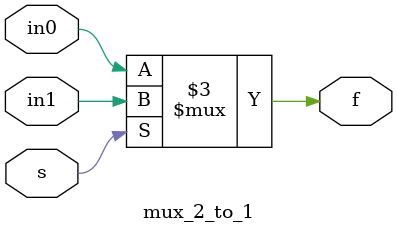
<source format=v>
module mux_2_to_1(in1,in0,s,f);

    input in1,in0,s;
    output reg f;

    // The event expression in the 'always' block triggers whenever at least one of "in1","in0" or "s" changes
    // we can combine various triggering conditions by seperating them by commas or "or" keyword
    // or keyword specifies the condition or "," in latest version of Verilog
    // always @(in1, in0, s)
    // whenever any of the variables changes
    // always @(*)
    always @(in1 or in0 or s)
        begin
            if(s)   f = in1;
            else    f = in0;
        end

endmodule
</source>
